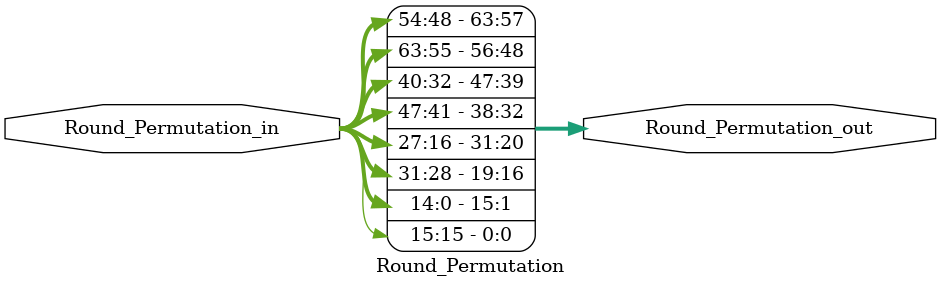
<source format=v>
`timescale 1ns / 1ps

module Round_Permutation(
    input  [63:0] Round_Permutation_in,
    output [63:0] Round_Permutation_out
);


assign Round_Permutation_out[15:0]  = {Round_Permutation_in[14:0], Round_Permutation_in[15]};
assign Round_Permutation_out[31:16] = {Round_Permutation_in[27:16], Round_Permutation_in[31:28]};
assign Round_Permutation_out[47:32] = {Round_Permutation_in[40:32], Round_Permutation_in[47:41]};
assign Round_Permutation_out[63:48] = {Round_Permutation_in[54:48], Round_Permutation_in[63:55]};


endmodule

</source>
